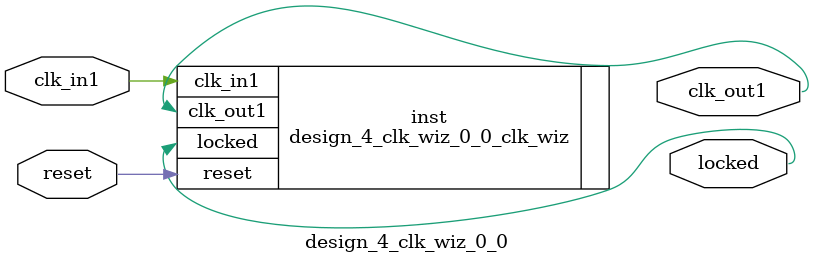
<source format=v>


`timescale 1ps/1ps

(* CORE_GENERATION_INFO = "design_4_clk_wiz_0_0,clk_wiz_v6_0_15_0_0,{component_name=design_4_clk_wiz_0_0,use_phase_alignment=true,use_min_o_jitter=false,use_max_i_jitter=false,use_dyn_phase_shift=false,use_inclk_switchover=false,use_dyn_reconfig=false,enable_axi=0,feedback_source=FDBK_AUTO,PRIMITIVE=MMCM,num_out_clk=1,clkin1_period=83.333,clkin2_period=10.0,use_power_down=false,use_reset=true,use_locked=true,use_inclk_stopped=false,feedback_type=SINGLE,CLOCK_MGR_TYPE=NA,manual_override=false}" *)

module design_4_clk_wiz_0_0 
 (
  // Clock out ports
  output        clk_out1,
  // Status and control signals
  input         reset,
  output        locked,
 // Clock in ports
  input         clk_in1
 );

  design_4_clk_wiz_0_0_clk_wiz inst
  (
  // Clock out ports  
  .clk_out1(clk_out1),
  // Status and control signals               
  .reset(reset), 
  .locked(locked),
 // Clock in ports
  .clk_in1(clk_in1)
  );

endmodule

</source>
